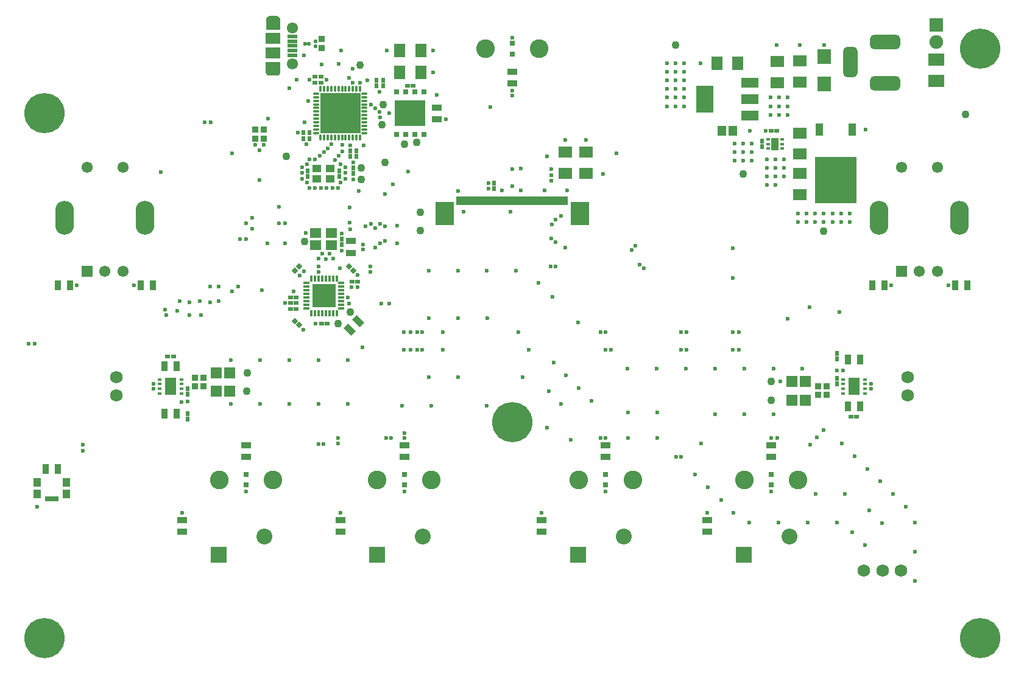
<source format=gts>
G04*
G04 #@! TF.GenerationSoftware,Altium Limited,Altium Designer,24.5.2 (23)*
G04*
G04 Layer_Color=8388736*
%FSLAX44Y44*%
%MOMM*%
G71*
G04*
G04 #@! TF.SameCoordinates,4DB407A0-4691-4D8C-B920-06E893975E0B*
G04*
G04*
G04 #@! TF.FilePolarity,Negative*
G04*
G01*
G75*
%ADD36R,1.5055X1.8582*%
%ADD40R,1.8582X1.5055*%
%ADD57R,1.9032X0.7532*%
%ADD58R,1.1032X1.2032*%
%ADD59O,0.9000X0.4000*%
%ADD60O,0.4000X0.9000*%
%ADD61R,3.2500X3.2500*%
%ADD62R,0.9500X1.4500*%
%ADD63R,5.7532X6.5032*%
%ADD64R,1.1032X1.6532*%
%ADD65R,1.1100X1.8000*%
%ADD66R,0.6250X0.4500*%
%ADD67R,1.6500X1.6500*%
%ADD68R,1.6000X2.4000*%
%ADD69R,0.5000X0.4000*%
%ADD70R,5.7000X5.7000*%
%ADD71O,0.8500X0.3500*%
%ADD72O,0.3500X0.8500*%
%ADD73C,1.1000*%
%ADD74R,1.6032X1.4032*%
%ADD75R,0.6200X0.6600*%
%ADD76R,0.6600X0.6200*%
G04:AMPARAMS|DCode=77|XSize=0.62mm|YSize=0.66mm|CornerRadius=0mm|HoleSize=0mm|Usage=FLASHONLY|Rotation=315.000|XOffset=0mm|YOffset=0mm|HoleType=Round|Shape=Rectangle|*
%AMROTATEDRECTD77*
4,1,4,-0.4526,-0.0141,0.0141,0.4526,0.4526,0.0141,-0.0141,-0.4526,-0.4526,-0.0141,0.0*
%
%ADD77ROTATEDRECTD77*%

G04:AMPARAMS|DCode=78|XSize=0.62mm|YSize=0.66mm|CornerRadius=0mm|HoleSize=0mm|Usage=FLASHONLY|Rotation=45.000|XOffset=0mm|YOffset=0mm|HoleType=Round|Shape=Rectangle|*
%AMROTATEDRECTD78*
4,1,4,0.0141,-0.4526,-0.4526,0.0141,-0.0141,0.4526,0.4526,-0.0141,0.0141,-0.4526,0.0*
%
%ADD78ROTATEDRECTD78*%

%ADD79R,4.2032X3.6032*%
%ADD80R,0.6532X0.7532*%
%ADD81R,0.7500X0.7000*%
%ADD82R,0.5032X1.3032*%
%ADD83R,2.5032X3.3032*%
G04:AMPARAMS|DCode=84|XSize=0.5032mm|YSize=0.5032mm|CornerRadius=0.1511mm|HoleSize=0mm|Usage=FLASHONLY|Rotation=90.000|XOffset=0mm|YOffset=0mm|HoleType=Round|Shape=RoundedRectangle|*
%AMROUNDEDRECTD84*
21,1,0.5032,0.2010,0,0,90.0*
21,1,0.2010,0.5032,0,0,90.0*
1,1,0.3022,0.1005,0.1005*
1,1,0.3022,0.1005,-0.1005*
1,1,0.3022,-0.1005,-0.1005*
1,1,0.3022,-0.1005,0.1005*
%
%ADD84ROUNDEDRECTD84*%
%ADD85R,0.9500X0.8500*%
%ADD86R,1.4500X0.5000*%
%ADD87R,2.0000X1.6000*%
%ADD88R,1.4500X0.9500*%
G04:AMPARAMS|DCode=89|XSize=1.45mm|YSize=0.95mm|CornerRadius=0mm|HoleSize=0mm|Usage=FLASHONLY|Rotation=315.000|XOffset=0mm|YOffset=0mm|HoleType=Round|Shape=Rectangle|*
%AMROTATEDRECTD89*
4,1,4,-0.8485,0.1768,-0.1768,0.8485,0.8485,-0.1768,0.1768,-0.8485,-0.8485,0.1768,0.0*
%
%ADD89ROTATEDRECTD89*%

%ADD90R,2.2332X1.7232*%
%ADD91R,1.8532X2.1032*%
%ADD92R,2.4032X3.7032*%
%ADD93R,2.4032X1.4032*%
%ADD94R,1.1500X1.4500*%
%ADD95R,1.2032X1.1032*%
%ADD96R,0.5500X0.6000*%
%ADD97R,0.8500X0.9500*%
G04:AMPARAMS|DCode=98|XSize=2.6mm|YSize=4.7mm|CornerRadius=1.3mm|HoleSize=0mm|Usage=FLASHONLY|Rotation=0.000|XOffset=0mm|YOffset=0mm|HoleType=Round|Shape=RoundedRectangle|*
%AMROUNDEDRECTD98*
21,1,2.6000,2.1000,0,0,0.0*
21,1,0.0000,4.7000,0,0,0.0*
1,1,2.6000,0.0000,-1.0500*
1,1,2.6000,0.0000,-1.0500*
1,1,2.6000,0.0000,1.0500*
1,1,2.6000,0.0000,1.0500*
%
%ADD98ROUNDEDRECTD98*%
%ADD99C,1.5500*%
%ADD100R,1.5500X1.5500*%
%ADD101C,1.7272*%
G04:AMPARAMS|DCode=102|XSize=4.2032mm|YSize=2.0032mm|CornerRadius=0.5516mm|HoleSize=0mm|Usage=FLASHONLY|Rotation=90.000|XOffset=0mm|YOffset=0mm|HoleType=Round|Shape=RoundedRectangle|*
%AMROUNDEDRECTD102*
21,1,4.2032,0.9000,0,0,90.0*
21,1,3.1000,2.0032,0,0,90.0*
1,1,1.1032,0.4500,1.5500*
1,1,1.1032,0.4500,-1.5500*
1,1,1.1032,-0.4500,-1.5500*
1,1,1.1032,-0.4500,1.5500*
%
%ADD102ROUNDEDRECTD102*%
G04:AMPARAMS|DCode=103|XSize=4.2032mm|YSize=2.0032mm|CornerRadius=0.5516mm|HoleSize=0mm|Usage=FLASHONLY|Rotation=0.000|XOffset=0mm|YOffset=0mm|HoleType=Round|Shape=RoundedRectangle|*
%AMROUNDEDRECTD103*
21,1,4.2032,0.9000,0,0,0.0*
21,1,3.1000,2.0032,0,0,0.0*
1,1,1.1032,1.5500,-0.4500*
1,1,1.1032,-1.5500,-0.4500*
1,1,1.1032,-1.5500,0.4500*
1,1,1.1032,1.5500,0.4500*
%
%ADD103ROUNDEDRECTD103*%
%ADD104C,1.9032*%
%ADD105R,1.9032X1.9032*%
%ADD106C,2.2032*%
%ADD107R,2.2032X2.2032*%
%ADD108C,0.6000*%
%ADD109C,0.7032*%
%ADD110C,2.6000*%
%ADD111C,5.6000*%
G36*
X372251Y915502D02*
X372742Y915502D01*
X372743D01*
D01*
X372840Y915493D01*
X373806Y915301D01*
X373901Y915272D01*
X373901Y915272D01*
X374811Y914895D01*
X374897Y914849D01*
X375716Y914302D01*
X375716Y914302D01*
X375793Y914239D01*
X376489Y913543D01*
X376489Y913543D01*
X376552Y913466D01*
X377099Y912648D01*
X377099Y912647D01*
X377145Y912561D01*
X377522Y911651D01*
X377522Y911651D01*
X377551Y911556D01*
X377743Y910591D01*
X377743Y910591D01*
X377752Y910492D01*
Y910000D01*
X377752Y897000D01*
X377743Y896902D01*
X377714Y896808D01*
X377668Y896721D01*
X377605Y896645D01*
X377529Y896582D01*
X377442Y896536D01*
X377348Y896507D01*
X377250Y896498D01*
X358250D01*
X358152Y896507D01*
X358058Y896536D01*
X357971Y896582D01*
X357895Y896645D01*
X357832Y896721D01*
X357786Y896808D01*
X357757Y896902D01*
X357748Y897000D01*
Y910250D01*
Y910718D01*
X357757Y910816D01*
X357940Y911733D01*
X357968Y911828D01*
X358326Y912692D01*
X358373Y912779D01*
X358893Y913557D01*
X358955Y913633D01*
X359617Y914295D01*
X359693Y914357D01*
X360471Y914877D01*
X360558Y914923D01*
X360558Y914924D01*
X361422Y915282D01*
X361516Y915310D01*
X362434Y915493D01*
X362532Y915502D01*
X372250D01*
X372251Y915502D01*
D02*
G37*
G36*
X377098Y851493D02*
X377192Y851464D01*
X377279Y851418D01*
X377355Y851355D01*
X377418Y851279D01*
X377464Y851192D01*
X377493Y851098D01*
X377502Y851000D01*
Y837750D01*
Y837282D01*
X377493Y837184D01*
X377310Y836266D01*
X377282Y836172D01*
X376924Y835308D01*
X376877Y835221D01*
X376357Y834443D01*
X376295Y834367D01*
X375633Y833705D01*
X375557Y833643D01*
X374779Y833123D01*
X374692Y833076D01*
X374692Y833076D01*
X373828Y832718D01*
X373733Y832690D01*
X372816Y832507D01*
X372718Y832498D01*
X363000D01*
X362999Y832498D01*
X362508Y832498D01*
X362508D01*
D01*
X362410Y832507D01*
X361443Y832699D01*
X361349Y832728D01*
X361349Y832728D01*
X360439Y833105D01*
X360353Y833151D01*
X359534Y833698D01*
X359534Y833699D01*
X359457Y833761D01*
X358761Y834457D01*
X358761Y834457D01*
X358699Y834534D01*
X358151Y835352D01*
X358151Y835352D01*
X358105Y835439D01*
X357728Y836349D01*
X357728Y836349D01*
X357699Y836443D01*
X357507Y837410D01*
X357507Y837410D01*
X357498Y837507D01*
Y838000D01*
X357498Y851000D01*
X357507Y851098D01*
X357536Y851192D01*
X357582Y851279D01*
X357645Y851355D01*
X357721Y851418D01*
X357808Y851464D01*
X357902Y851493D01*
X358000Y851502D01*
X377000D01*
X377098Y851493D01*
D02*
G37*
D36*
X984236Y850000D02*
D03*
X1013764D02*
D03*
X543236Y837000D02*
D03*
X572764D02*
D03*
X543236Y867500D02*
D03*
X572764D02*
D03*
D40*
X774000Y725764D02*
D03*
Y696236D02*
D03*
X1100000Y667236D02*
D03*
Y696764D02*
D03*
Y752764D02*
D03*
Y723236D02*
D03*
X1099916Y823236D02*
D03*
Y852764D02*
D03*
X1068281Y823033D02*
D03*
Y852561D02*
D03*
X803000Y696236D02*
D03*
Y725764D02*
D03*
D57*
X60250Y243750D02*
D03*
D58*
X80750Y250000D02*
D03*
Y266000D02*
D03*
X39750D02*
D03*
Y250000D02*
D03*
D59*
X414350Y543750D02*
D03*
Y538750D02*
D03*
Y533750D02*
D03*
Y528750D02*
D03*
Y523750D02*
D03*
Y518750D02*
D03*
Y513750D02*
D03*
Y508750D02*
D03*
X462650D02*
D03*
Y513750D02*
D03*
Y518750D02*
D03*
Y523750D02*
D03*
Y528750D02*
D03*
Y533750D02*
D03*
Y538750D02*
D03*
Y543750D02*
D03*
D60*
X421000Y502100D02*
D03*
X426000D02*
D03*
X431000D02*
D03*
X436000D02*
D03*
X441000D02*
D03*
X446000D02*
D03*
X451000D02*
D03*
X456000D02*
D03*
Y550400D02*
D03*
X451000D02*
D03*
X446000D02*
D03*
X441000D02*
D03*
X436000D02*
D03*
X431000D02*
D03*
X426000D02*
D03*
X421000D02*
D03*
D61*
X438500Y526250D02*
D03*
D62*
X51750Y285000D02*
D03*
X68250D02*
D03*
X1166750Y372250D02*
D03*
X1183250D02*
D03*
X233500Y427750D02*
D03*
X217000D02*
D03*
Y362250D02*
D03*
X233500D02*
D03*
X85250Y541000D02*
D03*
X68750D02*
D03*
X183750D02*
D03*
X200250D02*
D03*
X1217250D02*
D03*
X1200750D02*
D03*
X1315750D02*
D03*
X1332250D02*
D03*
X1166750Y437750D02*
D03*
X1183250D02*
D03*
D63*
X1150000Y687000D02*
D03*
D64*
X1127200Y757000D02*
D03*
X1172800D02*
D03*
D65*
X1065400Y737500D02*
D03*
D66*
X1075150Y744000D02*
D03*
Y737500D02*
D03*
Y731000D02*
D03*
X1055650D02*
D03*
Y737500D02*
D03*
Y744000D02*
D03*
D67*
X307000Y419000D02*
D03*
X289000D02*
D03*
X1089000Y381000D02*
D03*
X1107000D02*
D03*
X307000Y393000D02*
D03*
X289000D02*
D03*
X1089000Y407000D02*
D03*
X1107000D02*
D03*
D68*
X225000Y400000D02*
D03*
X1175000D02*
D03*
D69*
X209500Y390250D02*
D03*
Y396750D02*
D03*
Y403250D02*
D03*
Y409750D02*
D03*
X240500D02*
D03*
Y403250D02*
D03*
Y396750D02*
D03*
Y390250D02*
D03*
X1190500Y409750D02*
D03*
Y403250D02*
D03*
Y396750D02*
D03*
Y390250D02*
D03*
X1159500D02*
D03*
Y396750D02*
D03*
Y403250D02*
D03*
Y409750D02*
D03*
D70*
X461000Y780000D02*
D03*
D71*
X427250Y752500D02*
D03*
Y757500D02*
D03*
Y762500D02*
D03*
Y767500D02*
D03*
Y772500D02*
D03*
Y777500D02*
D03*
Y782500D02*
D03*
Y787500D02*
D03*
Y792500D02*
D03*
Y797500D02*
D03*
Y802500D02*
D03*
Y807500D02*
D03*
X494750D02*
D03*
Y802500D02*
D03*
Y797500D02*
D03*
Y792500D02*
D03*
Y787500D02*
D03*
Y782500D02*
D03*
Y777500D02*
D03*
Y772500D02*
D03*
Y767500D02*
D03*
Y762500D02*
D03*
Y757500D02*
D03*
Y752500D02*
D03*
D72*
X433500Y813750D02*
D03*
X438500D02*
D03*
X443500D02*
D03*
X448500D02*
D03*
X453500D02*
D03*
X458500D02*
D03*
X463500D02*
D03*
X468500D02*
D03*
X473500D02*
D03*
X478500D02*
D03*
X483500D02*
D03*
X488500D02*
D03*
Y746250D02*
D03*
X483500D02*
D03*
X478500D02*
D03*
X473500D02*
D03*
X468500D02*
D03*
X463500D02*
D03*
X458500D02*
D03*
X453500D02*
D03*
X448500D02*
D03*
X443500D02*
D03*
X438500D02*
D03*
X433500D02*
D03*
D73*
X523250Y711500D02*
D03*
X488250Y847500D02*
D03*
X521000Y792000D02*
D03*
X519000Y764000D02*
D03*
X550325Y737325D02*
D03*
X567175Y739875D02*
D03*
X386000Y720000D02*
D03*
X490000Y687750D02*
D03*
Y704000D02*
D03*
X1133000Y616000D02*
D03*
X1330000Y779000D02*
D03*
X927000Y875000D02*
D03*
X1021000Y696000D02*
D03*
X572000Y617000D02*
D03*
Y642000D02*
D03*
X331000Y393000D02*
D03*
X411250Y601250D02*
D03*
X332000Y419000D02*
D03*
X475000Y503000D02*
D03*
X1060000Y407000D02*
D03*
X458000Y487000D02*
D03*
X1060000Y381000D02*
D03*
D74*
X449000Y613750D02*
D03*
X427000D02*
D03*
X449000Y596750D02*
D03*
X427000D02*
D03*
D75*
X511750Y825900D02*
D03*
Y818100D02*
D03*
X520250Y825900D02*
D03*
Y818100D02*
D03*
X410000Y745100D02*
D03*
Y752900D02*
D03*
X418000Y745100D02*
D03*
Y752900D02*
D03*
X483250Y720100D02*
D03*
Y727900D02*
D03*
X475250Y720100D02*
D03*
Y727900D02*
D03*
X479000Y703900D02*
D03*
Y696100D02*
D03*
X460000Y699900D02*
D03*
Y692100D02*
D03*
X416000Y692100D02*
D03*
Y699900D02*
D03*
X463000Y604900D02*
D03*
Y597100D02*
D03*
X248500Y354350D02*
D03*
Y362150D02*
D03*
X248750Y396650D02*
D03*
Y388850D02*
D03*
X675000Y682900D02*
D03*
Y675100D02*
D03*
X1047000Y741400D02*
D03*
Y733600D02*
D03*
X1151000Y437850D02*
D03*
Y445650D02*
D03*
Y403350D02*
D03*
Y411150D02*
D03*
D76*
X561900Y818000D02*
D03*
X554100D02*
D03*
X477100Y546000D02*
D03*
X484900D02*
D03*
X399900Y516000D02*
D03*
X392100D02*
D03*
X399900Y524000D02*
D03*
X392100D02*
D03*
X399900Y508000D02*
D03*
X392100D02*
D03*
X435100Y487000D02*
D03*
X442900D02*
D03*
X221350Y441750D02*
D03*
X229150D02*
D03*
X1067900Y756000D02*
D03*
X1060100D02*
D03*
X1171100Y358000D02*
D03*
X1178900D02*
D03*
X426100Y823000D02*
D03*
X433900D02*
D03*
X426100Y831000D02*
D03*
X433900D02*
D03*
D77*
X403758Y566758D02*
D03*
X398242Y561242D02*
D03*
D78*
X478758D02*
D03*
X473242Y566758D02*
D03*
X398242Y490758D02*
D03*
X403758Y485242D02*
D03*
D79*
X558000Y780000D02*
D03*
D80*
X538950Y809750D02*
D03*
X551650D02*
D03*
X564350D02*
D03*
X577050D02*
D03*
Y750250D02*
D03*
X564350D02*
D03*
X551650D02*
D03*
X538950D02*
D03*
D81*
X330000Y262750D02*
D03*
Y277250D02*
D03*
X550000Y262750D02*
D03*
Y277250D02*
D03*
X700000Y862750D02*
D03*
Y877250D02*
D03*
X1060000Y277250D02*
D03*
Y262750D02*
D03*
X830000Y277250D02*
D03*
Y262750D02*
D03*
D82*
X700000Y658000D02*
D03*
X705000D02*
D03*
X695000D02*
D03*
X690000D02*
D03*
X685000D02*
D03*
X680000D02*
D03*
X675000D02*
D03*
X670000D02*
D03*
X665000D02*
D03*
X660000D02*
D03*
X655000D02*
D03*
X650000D02*
D03*
X645000D02*
D03*
X640000D02*
D03*
X635000D02*
D03*
X630000D02*
D03*
X625000D02*
D03*
X710000D02*
D03*
X715000D02*
D03*
X720000D02*
D03*
X725000D02*
D03*
X730000D02*
D03*
X735000D02*
D03*
X740000D02*
D03*
X745000D02*
D03*
X750000D02*
D03*
X755000D02*
D03*
X760000D02*
D03*
X765000D02*
D03*
X770000D02*
D03*
X775000D02*
D03*
D83*
X605800Y641000D02*
D03*
X794200D02*
D03*
D84*
X426250Y873500D02*
D03*
X417750Y877000D02*
D03*
X426250Y880500D02*
D03*
D85*
X435000Y883250D02*
D03*
Y870750D02*
D03*
X343000Y745000D02*
D03*
Y757500D02*
D03*
X355000Y745000D02*
D03*
Y757500D02*
D03*
D86*
X394500Y887000D02*
D03*
Y880500D02*
D03*
Y874000D02*
D03*
Y867500D02*
D03*
Y861000D02*
D03*
D87*
X367500Y884000D02*
D03*
Y864000D02*
D03*
D88*
X476000Y602250D02*
D03*
Y585750D02*
D03*
X550000Y318250D02*
D03*
Y301750D02*
D03*
X595000Y788250D02*
D03*
Y771750D02*
D03*
X971000Y214250D02*
D03*
Y197750D02*
D03*
X461000Y214250D02*
D03*
Y197750D02*
D03*
X241000Y214250D02*
D03*
Y197750D02*
D03*
X741000Y214250D02*
D03*
Y197750D02*
D03*
X700000Y838250D02*
D03*
Y821750D02*
D03*
X1060000Y301750D02*
D03*
Y318250D02*
D03*
X330000Y301750D02*
D03*
Y318250D02*
D03*
X830000Y301750D02*
D03*
Y318250D02*
D03*
D89*
X485834Y490834D02*
D03*
X474166Y479166D02*
D03*
D90*
X1289000Y855200D02*
D03*
Y824800D02*
D03*
D91*
X1134000Y859000D02*
D03*
Y821000D02*
D03*
D92*
X968000Y800000D02*
D03*
D93*
X1030000Y823000D02*
D03*
Y800000D02*
D03*
Y777000D02*
D03*
D94*
X1006250Y756000D02*
D03*
X991750D02*
D03*
D95*
X428750Y703500D02*
D03*
X447250D02*
D03*
Y688500D02*
D03*
X428750D02*
D03*
D96*
X754000Y686250D02*
D03*
Y693750D02*
D03*
D97*
X1137250Y400000D02*
D03*
X1124750D02*
D03*
X258750D02*
D03*
X271250D02*
D03*
X1137250Y388000D02*
D03*
X1124750D02*
D03*
X258750Y412000D02*
D03*
X271250D02*
D03*
D98*
X190000Y635000D02*
D03*
X78000D02*
D03*
X1210000D02*
D03*
X1322000D02*
D03*
D99*
X159000Y560000D02*
D03*
X134000D02*
D03*
X159000Y705000D02*
D03*
X109000D02*
D03*
X394500Y849000D02*
D03*
Y899000D02*
D03*
X1241000Y705000D02*
D03*
X1291000D02*
D03*
X1266000Y560000D02*
D03*
X1291000D02*
D03*
D100*
X109000D02*
D03*
X1241000D02*
D03*
D101*
X150000Y387250D02*
D03*
Y412750D02*
D03*
X1250000Y387250D02*
D03*
Y412750D02*
D03*
X1240000Y143500D02*
D03*
X1189000D02*
D03*
X1214500D02*
D03*
D102*
X1170000Y851500D02*
D03*
D103*
X1218000Y879500D02*
D03*
Y821500D02*
D03*
D104*
X1289000Y879000D02*
D03*
D105*
Y903000D02*
D03*
D106*
X1085400Y190800D02*
D03*
X575400D02*
D03*
X355400D02*
D03*
X855400D02*
D03*
D107*
X1021900Y165400D02*
D03*
X511900D02*
D03*
X291900D02*
D03*
X791900D02*
D03*
D108*
X515750Y810250D02*
D03*
X625000Y672000D02*
D03*
X211500Y698500D02*
D03*
X390250Y815000D02*
D03*
X1063250Y361000D02*
D03*
X1022750D02*
D03*
X1103500Y425000D02*
D03*
X1063000D02*
D03*
X1160000Y422000D02*
D03*
X1151250D02*
D03*
X248750Y378750D02*
D03*
X669750Y789000D02*
D03*
X416500Y797500D02*
D03*
X360500Y772250D02*
D03*
X310500Y724500D02*
D03*
X603750Y450750D02*
D03*
Y475750D02*
D03*
X540500Y599250D02*
D03*
Y624000D02*
D03*
X523250Y667750D02*
D03*
X475000Y618500D02*
D03*
X493250Y735500D02*
D03*
X474250Y627895D02*
D03*
X460500Y564750D02*
D03*
X39750Y232250D02*
D03*
X272500Y767250D02*
D03*
X281000D02*
D03*
X443500Y731250D02*
D03*
X438250Y726000D02*
D03*
X201500Y403500D02*
D03*
Y396500D02*
D03*
X219356Y499553D02*
D03*
X251750Y499500D02*
D03*
X412500Y877000D02*
D03*
X479250Y688000D02*
D03*
X475250Y735250D02*
D03*
X431000Y559250D02*
D03*
X473500Y829250D02*
D03*
X478500Y822750D02*
D03*
X488500D02*
D03*
X436000Y584750D02*
D03*
X446000D02*
D03*
X451000Y578000D02*
D03*
X431000D02*
D03*
X441000Y577500D02*
D03*
X1199250Y403500D02*
D03*
Y396500D02*
D03*
X448750Y736750D02*
D03*
X607500Y772000D02*
D03*
X1068000Y875250D02*
D03*
X1100000D02*
D03*
X1134000D02*
D03*
X700000Y885500D02*
D03*
X1259500Y129500D02*
D03*
Y170000D02*
D03*
Y210500D02*
D03*
X1132500Y339500D02*
D03*
X1113750Y318500D02*
D03*
X1247250Y232750D02*
D03*
X1229500Y250250D02*
D03*
X1211750Y267750D02*
D03*
X1194000Y285250D02*
D03*
X1176250Y302750D02*
D03*
X1158500Y320250D02*
D03*
X1007750Y224250D02*
D03*
X990250Y242000D02*
D03*
X971500Y259750D02*
D03*
X954000Y277500D02*
D03*
X1172750Y197250D02*
D03*
X1190250Y179500D02*
D03*
X1151250Y210250D02*
D03*
X1110750D02*
D03*
X1029750D02*
D03*
X1070250D02*
D03*
X901250Y328000D02*
D03*
X860750D02*
D03*
X781250Y326000D02*
D03*
X748250Y342750D02*
D03*
X664500Y373250D02*
D03*
X587500D02*
D03*
X547000D02*
D03*
X471250Y375250D02*
D03*
X430750D02*
D03*
X349750D02*
D03*
X390250D02*
D03*
X309250D02*
D03*
X1214000Y209750D02*
D03*
X1196500Y227500D02*
D03*
X1162250Y250000D02*
D03*
X1121750D02*
D03*
X963000Y320750D02*
D03*
X768250Y375500D02*
D03*
X750750Y393250D02*
D03*
X714750Y412750D02*
D03*
X624750D02*
D03*
X584250D02*
D03*
X757500Y432750D02*
D03*
X775000Y415000D02*
D03*
X792500Y397250D02*
D03*
X810000Y379500D02*
D03*
X982250Y361000D02*
D03*
X901250Y363500D02*
D03*
X860750D02*
D03*
X665250Y495000D02*
D03*
X624750D02*
D03*
X584250D02*
D03*
X1022500Y425000D02*
D03*
X792000Y489000D02*
D03*
X756250Y524500D02*
D03*
X736750Y544000D02*
D03*
X860500Y425000D02*
D03*
X901000D02*
D03*
X941500D02*
D03*
X982000D02*
D03*
X584000Y561250D02*
D03*
X624500D02*
D03*
X665000D02*
D03*
X705500D02*
D03*
X491500Y454500D02*
D03*
X471250Y436750D02*
D03*
X430750D02*
D03*
X390250D02*
D03*
X349750D02*
D03*
X309250D02*
D03*
X533871Y681383D02*
D03*
X555000Y699000D02*
D03*
X632750Y642750D02*
D03*
X697750D02*
D03*
X748500Y720000D02*
D03*
X711750Y702895D02*
D03*
X700000Y804750D02*
D03*
X845250Y724750D02*
D03*
X755500Y625750D02*
D03*
X767750Y637000D02*
D03*
X754500Y605750D02*
D03*
X773750Y593500D02*
D03*
X753250Y566500D02*
D03*
X866250Y590000D02*
D03*
X882750Y564750D02*
D03*
X1006500Y592250D02*
D03*
X1006250Y551000D02*
D03*
X1083000Y494500D02*
D03*
X1113000Y510000D02*
D03*
X1154500Y503000D02*
D03*
X280500Y539000D02*
D03*
X575250Y450750D02*
D03*
Y475750D02*
D03*
X723250Y450750D02*
D03*
X708625Y475625D02*
D03*
X822750Y475750D02*
D03*
X837250Y450750D02*
D03*
X942250D02*
D03*
Y475750D02*
D03*
X1014750D02*
D03*
Y450750D02*
D03*
X1068500Y328000D02*
D03*
X927750Y301500D02*
D03*
X822750Y328000D02*
D03*
X550000Y335250D02*
D03*
X524750Y328000D02*
D03*
X430750Y320000D02*
D03*
X458000Y320750D02*
D03*
X103250Y310000D02*
D03*
X36500Y459000D02*
D03*
X217750Y507000D02*
D03*
X267250Y499500D02*
D03*
X234250Y505500D02*
D03*
X237750Y519000D02*
D03*
X265750D02*
D03*
X292000D02*
D03*
X311000Y532000D02*
D03*
X431000Y566500D02*
D03*
X503250Y559500D02*
D03*
X492750Y590500D02*
D03*
Y597750D02*
D03*
X523295Y602163D02*
D03*
Y622837D02*
D03*
X496163D02*
D03*
X486750Y672000D02*
D03*
X384500Y627250D02*
D03*
X384000Y599000D02*
D03*
X360000Y599250D02*
D03*
X339020Y619270D02*
D03*
X321500Y605000D02*
D03*
X474250Y649000D02*
D03*
X339020Y634730D02*
D03*
X349000Y687000D02*
D03*
Y728500D02*
D03*
X435500Y847750D02*
D03*
X462520Y867520D02*
D03*
X499000Y825750D02*
D03*
X478000Y842000D02*
D03*
X876750Y569750D02*
D03*
X871250Y596000D02*
D03*
X411000Y861000D02*
D03*
X400000Y827000D02*
D03*
X458000Y328000D02*
D03*
X532000D02*
D03*
X413000Y613750D02*
D03*
X463000Y589000D02*
D03*
X568000Y450750D02*
D03*
Y475750D02*
D03*
X558500Y450750D02*
D03*
Y475750D02*
D03*
X549250Y450750D02*
D03*
Y475750D02*
D03*
X509750Y620000D02*
D03*
X516000Y599000D02*
D03*
X509750Y592750D02*
D03*
X503250Y566750D02*
D03*
X503458Y626000D02*
D03*
X516000D02*
D03*
X352500Y534000D02*
D03*
X318750Y539000D02*
D03*
X292000D02*
D03*
X280500Y517250D02*
D03*
X251750D02*
D03*
X330000Y627000D02*
D03*
Y605000D02*
D03*
X375750Y626750D02*
D03*
X935000Y301500D02*
D03*
X1123250Y329000D02*
D03*
X760500Y566500D02*
D03*
Y600750D02*
D03*
Y631750D02*
D03*
X935000Y475750D02*
D03*
Y450750D02*
D03*
X830000Y475750D02*
D03*
X1006250Y450750D02*
D03*
Y475750D02*
D03*
X830000Y450750D02*
D03*
X103250Y318500D02*
D03*
X330000Y254000D02*
D03*
X774000Y743000D02*
D03*
X590000Y837000D02*
D03*
X240000Y378500D02*
D03*
X464000Y736000D02*
D03*
X1059000Y802000D02*
D03*
X1071000D02*
D03*
X1083000D02*
D03*
X1059000Y790000D02*
D03*
X1071000D02*
D03*
X1083000D02*
D03*
Y778000D02*
D03*
X1071000D02*
D03*
X1059000D02*
D03*
X826000Y696000D02*
D03*
X927000Y850000D02*
D03*
X915000D02*
D03*
X939000D02*
D03*
Y838000D02*
D03*
X915000D02*
D03*
X927000D02*
D03*
X1054000Y680000D02*
D03*
X1066000D02*
D03*
X915000Y790000D02*
D03*
X927000D02*
D03*
X939000D02*
D03*
Y802000D02*
D03*
X927000D02*
D03*
X915000D02*
D03*
X927000Y826000D02*
D03*
X915000D02*
D03*
X939000D02*
D03*
X915000Y814000D02*
D03*
X927000D02*
D03*
X939000D02*
D03*
X1033000Y726000D02*
D03*
X1021000D02*
D03*
X1009000D02*
D03*
X1033000Y738000D02*
D03*
X1009000D02*
D03*
X1021000D02*
D03*
X1009000Y714000D02*
D03*
X1021000D02*
D03*
X1033000D02*
D03*
X1078000Y692000D02*
D03*
X1066000D02*
D03*
X1054000D02*
D03*
X1066000Y716000D02*
D03*
X1054000D02*
D03*
X1078000D02*
D03*
X1054000Y704000D02*
D03*
X1066000D02*
D03*
X1078000D02*
D03*
X1169117Y628398D02*
D03*
X1157117D02*
D03*
X1145117D02*
D03*
X1133117D02*
D03*
X1121117D02*
D03*
X1109117D02*
D03*
X1097117D02*
D03*
X1169117Y640398D02*
D03*
X1157117D02*
D03*
X1145117D02*
D03*
X1133117D02*
D03*
X1121117D02*
D03*
X1097117D02*
D03*
X1109117D02*
D03*
X438000Y320000D02*
D03*
X1073000Y407000D02*
D03*
X529000Y515000D02*
D03*
X518000D02*
D03*
X473259Y514891D02*
D03*
X471494Y523373D02*
D03*
X700000Y679000D02*
D03*
Y702000D02*
D03*
X411642Y767450D02*
D03*
X516000Y774000D02*
D03*
X515959Y782242D02*
D03*
X509706Y787290D02*
D03*
X503458Y792404D02*
D03*
X1060000Y328000D02*
D03*
X830000D02*
D03*
X550000D02*
D03*
X28000Y459000D02*
D03*
X700000Y812000D02*
D03*
X376000Y650000D02*
D03*
X458517Y848869D02*
D03*
X529000Y780000D02*
D03*
X454000Y715000D02*
D03*
X464000Y727000D02*
D03*
X459000Y721000D02*
D03*
X433000D02*
D03*
X485000Y538000D02*
D03*
X396000Y532000D02*
D03*
X411000Y560000D02*
D03*
X477000Y538000D02*
D03*
X1052000Y756000D02*
D03*
X1306000Y541000D02*
D03*
X1227000D02*
D03*
X971000Y224000D02*
D03*
X1060000Y254000D02*
D03*
X830000D02*
D03*
X741000Y224000D02*
D03*
X550000Y254000D02*
D03*
X461000Y224000D02*
D03*
X241000D02*
D03*
X174000Y541000D02*
D03*
X95000D02*
D03*
X384000Y516000D02*
D03*
X427000Y487000D02*
D03*
X410000Y479000D02*
D03*
X485000Y555000D02*
D03*
X405000Y554000D02*
D03*
X463000Y613000D02*
D03*
X803000Y743000D02*
D03*
X754000Y702000D02*
D03*
X776000Y673000D02*
D03*
X745000D02*
D03*
X712000D02*
D03*
X686000D02*
D03*
X667000Y675000D02*
D03*
Y683000D02*
D03*
X343000Y736000D02*
D03*
X595000Y806000D02*
D03*
X590000Y867500D02*
D03*
X526000D02*
D03*
X442000Y827000D02*
D03*
X418000D02*
D03*
X418000Y716000D02*
D03*
X426000D02*
D03*
X461000Y709000D02*
D03*
X415000D02*
D03*
X468000Y705000D02*
D03*
Y697000D02*
D03*
X408000Y705000D02*
D03*
Y697000D02*
D03*
X468000Y689000D02*
D03*
X408000D02*
D03*
X415000Y684000D02*
D03*
X418000Y676000D02*
D03*
X426000D02*
D03*
X434000D02*
D03*
X442000D02*
D03*
X450000D02*
D03*
X458000D02*
D03*
X461000Y684000D02*
D03*
X479250Y712000D02*
D03*
X355000Y736000D02*
D03*
X414000Y737000D02*
D03*
X402000Y753000D02*
D03*
X1191000Y757000D02*
D03*
X1030000Y756000D02*
D03*
X962000Y850000D02*
D03*
D109*
X427500Y537250D02*
D03*
X438500D02*
D03*
X449500D02*
D03*
X427500Y526250D02*
D03*
X438500D02*
D03*
X449500D02*
D03*
X427500Y515250D02*
D03*
X438500D02*
D03*
X449500D02*
D03*
D110*
X512500Y270000D02*
D03*
X587500D02*
D03*
X662500Y870000D02*
D03*
X737500D02*
D03*
X1097500Y270000D02*
D03*
X1022500D02*
D03*
X867500D02*
D03*
X792500D02*
D03*
X292500D02*
D03*
X367500D02*
D03*
D111*
X700000Y350000D02*
D03*
X1350000Y870000D02*
D03*
Y50000D02*
D03*
X50000Y780000D02*
D03*
Y50000D02*
D03*
M02*

</source>
